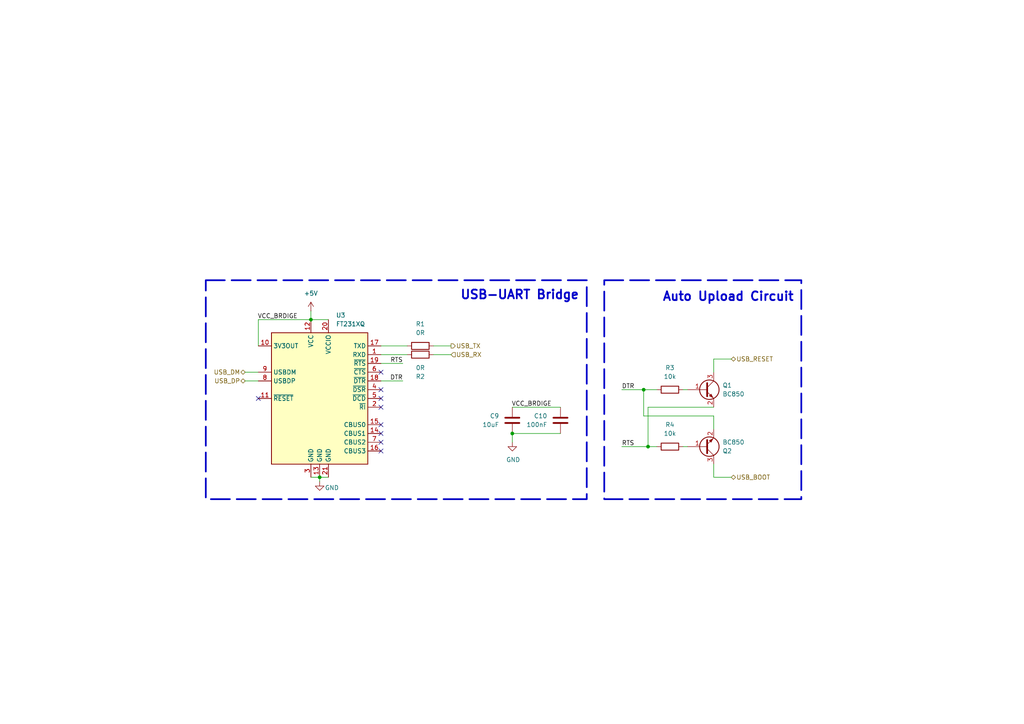
<source format=kicad_sch>
(kicad_sch (version 20231120) (generator "eeschema") (generator_version "8.0")
  (paper "A4")
  (lib_symbols
    (symbol "Device:C" (pin_numbers hide) (pin_names (offset 0.254))
      (property "Reference" "C" (at 0.635 2.54 0))
      (property "Value" "C" (at 0.635 -2.54 0))
      (symbol "C_0_1"
        (polyline (pts (xy -2.032 -0.762) (xy 2.032 -0.762)) (stroke (width 0.508)))
        (polyline (pts (xy -2.032 0.762) (xy 2.032 0.762)) (stroke (width 0.508)))
      )
      (symbol "C_1_1"
        (pin passive line (at 0 3.81 270) (length 2.794) (name "~") (number "1"))
        (pin passive line (at 0 -3.81 90) (length 2.794) (name "~") (number "2"))
      )
    )
    (symbol "Device:R" (pin_numbers hide) (pin_names (offset 0))
      (property "Reference" "R" (at 2.032 0 90))
      (property "Value" "R" (at 0 0 90))
      (symbol "R_0_1"
        (rectangle (start -1.016 -2.54) (end 1.016 2.54) (stroke (width 0.254)))
      )
      (symbol "R_1_1"
        (pin passive line (at 0 3.81 270) (length 1.27) (name "~") (number "1"))
        (pin passive line (at 0 -3.81 90) (length 1.27) (name "~") (number "2"))
      )
    )
    (symbol "Interface_USB:FT231XQ"
      (property "Reference" "U" (at -13.97 20.32 0))
      (property "Value" "FT231XQ" (at 6.35 20.32 0))
      (symbol "FT231XQ_0_1"
        (rectangle (start -13.97 19.05) (end 13.97 -19.05) (stroke (width 0.254)) (fill (type background)))
      )
      (symbol "FT231XQ_1_1"
        (pin input line (at 17.78 12.7 180) (length 3.81) (name "RXD") (number "1"))
        (pin power_out line (at -17.78 15.24 0) (length 3.81) (name "3V3OUT") (number "10"))
        (pin input line (at -17.78 0 0) (length 3.81) (name "~{RESET}") (number "11"))
        (pin power_in line (at -2.54 22.86 270) (length 3.81) (name "VCC") (number "12"))
        (pin power_in line (at 0 -22.86 90) (length 3.81) (name "GND") (number "13"))
        (pin bidirectional line (at 17.78 -10.16 180) (length 3.81) (name "CBUS1") (number "14"))
        (pin bidirectional line (at 17.78 -7.62 180) (length 3.81) (name "CBUS0") (number "15"))
        (pin bidirectional line (at 17.78 -15.24 180) (length 3.81) (name "CBUS3") (number "16"))
        (pin output line (at 17.78 15.24 180) (length 3.81) (name "TXD") (number "17"))
        (pin output line (at 17.78 5.08 180) (length 3.81) (name "~{DTR}") (number "18"))
        (pin output line (at 17.78 10.16 180) (length 3.81) (name "~{RTS}") (number "19"))
        (pin input line (at 17.78 -2.54 180) (length 3.81) (name "~{RI}") (number "2"))
        (pin power_in line (at 2.54 22.86 270) (length 3.81) (name "VCCIO") (number "20"))
        (pin power_in line (at 2.54 -22.86 90) (length 3.81) (name "GND") (number "21"))
        (pin power_in line (at -2.54 -22.86 90) (length 3.81) (name "GND") (number "3"))
        (pin input line (at 17.78 2.54 180) (length 3.81) (name "~{DSR}") (number "4"))
        (pin input line (at 17.78 0 180) (length 3.81) (name "~{DCD}") (number "5"))
        (pin input line (at 17.78 7.62 180) (length 3.81) (name "~{CTS}") (number "6"))
        (pin bidirectional line (at 17.78 -12.7 180) (length 3.81) (name "CBUS2") (number "7"))
        (pin bidirectional line (at -17.78 5.08 0) (length 3.81) (name "USBDP") (number "8"))
        (pin bidirectional line (at -17.78 7.62 0) (length 3.81) (name "USBDM") (number "9"))
      )
    )
    (symbol "Transistor_BJT:BC850" (pin_names (offset 0) hide)
      (property "Reference" "Q" (at 5.08 1.905 0))
      (property "Value" "BC850" (at 5.08 0 0))
      (symbol "BC850_0_1"
        (polyline (pts (xy 0.635 0.635) (xy 2.54 2.54)))
        (polyline (pts (xy 0.635 -0.635) (xy 2.54 -2.54) (xy 2.54 -2.54)))
        (polyline (pts (xy 0.635 1.905) (xy 0.635 -1.905) (xy 0.635 -1.905)) (stroke (width 0.508)))
        (polyline (pts (xy 1.27 -1.778) (xy 1.778 -1.27) (xy 2.286 -2.286) (xy 1.27 -1.778) (xy 1.27 -1.778)) (fill (type outline)))
        (circle (center 1.27 0) (radius 2.8194) (stroke (width 0.254)))
      )
      (symbol "BC850_1_1"
        (pin input line (at -5.08 0 0) (length 5.715) (name "B") (number "1"))
        (pin passive line (at 2.54 -5.08 90) (length 2.54) (name "E") (number "2"))
        (pin passive line (at 2.54 5.08 270) (length 2.54) (name "C") (number "3"))
      )
    )
    (symbol "power:+5V" (power) (pin_numbers hide) (pin_names (offset 0) hide)
      (property "Value" "+5V" (at 0 3.556 0))
      (symbol "+5V_0_1"
        (polyline (pts (xy -0.762 1.27) (xy 0 2.54)))
        (polyline (pts (xy 0 0) (xy 0 2.54)))
        (polyline (pts (xy 0 2.54) (xy 0.762 1.27)))
      )
      (symbol "+5V_1_1"
        (pin power_in line (at 0 0 90) (length 0) (name "~") (number "1"))
      )
    )
    (symbol "power:GND" (power) (pin_numbers hide) (pin_names (offset 0) hide)
      (property "Value" "GND" (at 0 -3.81 0))
      (symbol "GND_0_1"
        (polyline (pts (xy 0 0) (xy 0 -1.27) (xy 1.27 -1.27) (xy 0 -2.54) (xy -1.27 -1.27) (xy 0 -1.27)))
      )
      (symbol "GND_1_1"
        (pin power_in line (at 0 0 270) (length 0) (name "~") (number "1"))
      )
    )
  )
  (junction (at 90.17 92.71))
  (junction (at 186.69 113.03))
  (junction (at 92.71 138.43))
  (junction (at 187.96 129.54))
  (junction (at 148.59 125.73))
  (no_connect (at 110.49 118.11))
  (no_connect (at 110.49 125.73))
  (no_connect (at 110.49 130.81))
  (no_connect (at 110.49 107.95))
  (no_connect (at 110.49 123.19))
  (no_connect (at 110.49 113.03))
  (no_connect (at 110.49 128.27))
  (no_connect (at 74.93 115.57))
  (no_connect (at 110.49 115.57))
  (wire (pts (xy 180.34 129.54) (xy 187.96 129.54)))
  (wire (pts (xy 198.12 113.03) (xy 199.39 113.03)))
  (wire (pts (xy 207.01 124.46) (xy 207.01 120.65)))
  (wire (pts (xy 187.96 129.54) (xy 190.5 129.54)))
  (wire (pts (xy 71.12 110.49) (xy 74.93 110.49)))
  (wire (pts (xy 148.59 125.73) (xy 148.59 128.27)))
  (wire (pts (xy 74.93 100.33) (xy 74.93 92.71)))
  (wire (pts (xy 110.49 105.41) (xy 116.84 105.41)))
  (wire (pts (xy 186.69 120.65) (xy 186.69 113.03)))
  (wire (pts (xy 92.71 138.43) (xy 92.71 139.7)))
  (wire (pts (xy 207.01 120.65) (xy 186.69 120.65)))
  (wire (pts (xy 148.59 118.11) (xy 162.56 118.11)))
  (wire (pts (xy 148.59 125.73) (xy 162.56 125.73)))
  (wire (pts (xy 207.01 138.43) (xy 212.09 138.43)))
  (wire (pts (xy 74.93 92.71) (xy 90.17 92.71)))
  (wire (pts (xy 95.25 92.71) (xy 90.17 92.71)))
  (wire (pts (xy 207.01 104.14) (xy 212.09 104.14)))
  (wire (pts (xy 90.17 90.17) (xy 90.17 92.71)))
  (wire (pts (xy 125.73 102.87) (xy 130.81 102.87)))
  (wire (pts (xy 187.96 118.11) (xy 187.96 129.54)))
  (wire (pts (xy 71.12 107.95) (xy 74.93 107.95)))
  (wire (pts (xy 92.71 138.43) (xy 95.25 138.43)))
  (wire (pts (xy 125.73 100.33) (xy 130.81 100.33)))
  (wire (pts (xy 116.84 110.49) (xy 110.49 110.49)))
  (wire (pts (xy 207.01 134.62) (xy 207.01 138.43)))
  (wire (pts (xy 110.49 100.33) (xy 118.11 100.33)))
  (wire (pts (xy 186.69 113.03) (xy 190.5 113.03)))
  (wire (pts (xy 180.34 113.03) (xy 186.69 113.03)))
  (wire (pts (xy 110.49 102.87) (xy 118.11 102.87)))
  (wire (pts (xy 198.12 129.54) (xy 199.39 129.54)))
  (wire (pts (xy 207.01 118.11) (xy 187.96 118.11)))
  (wire (pts (xy 90.17 138.43) (xy 92.71 138.43)))
  (wire (pts (xy 207.01 107.95) (xy 207.01 104.14)))
  (rectangle (start 59.69 81.28) (end 170.18 144.78) (stroke (width 0.5) (type dash)))
  (rectangle (start 175.26 81.28) (end 232.41 144.78) (stroke (width 0.5) (type dash)))
  (text "USB-UART Bridge" (at 133.35 87.122 0) (effects (font (size 2.54 2.54) (thickness 0.508) (bold yes)) (justify left bottom)))
  (text "Auto Upload Circuit" (at 192.024 87.63 0) (effects (font (size 2.54 2.54) (thickness 0.508) (bold yes)) (justify left bottom)))
  (label "DTR" (at 116.84 110.49 180))
  (label "RTS" (at 180.34 129.54 0))
  (label "RTS" (at 116.84 105.41 180))
  (label "VCC_BRDIGE" (at 160.02 118.11 180))
  (label "VCC_BRDIGE" (at 86.36 92.71 180))
  (label "DTR" (at 180.34 113.03 0))
  (hierarchical_label "USB_RX" (shape input) (at 130.81 102.87 0))
  (hierarchical_label "USB_TX" (shape output) (at 130.81 100.33 0))
  (hierarchical_label "USB_DM" (shape bidirectional) (at 71.12 107.95 180))
  (hierarchical_label "USB_BOOT" (shape bidirectional) (at 212.09 138.43 0))
  (hierarchical_label "USB_RESET" (shape bidirectional) (at 212.09 104.14 0))
  (hierarchical_label "USB_DP" (shape bidirectional) (at 71.12 110.49 180))
  (symbol (lib_id "power:+5V") (at 90.17 90.17 0) (unit 1)
    (property "Reference" "#PWR015" (effects (hide yes)))
    (property "Value" "+5V" (at 90.17 85.09 0))
    (property "Description" "Power symbol creates a global label with name \"+5V\"" (effects (hide yes)))
  )
  (symbol (lib_id "Transistor_BJT:BC850") (at 204.47 113.03 0) (unit 1)
    (property "Reference" "Q1" (at 209.55 111.7599 0) (effects (justify left)))
    (property "Value" "BC850" (at 209.55 114.2999 0) (effects (justify left)))
    (property "Footprint" "Package_TO_SOT_SMD:SOT-23" (effects (hide yes)))
    (property "Datasheet" "http://www.infineon.com/dgdl/Infineon-BC847SERIES_BC848SERIES_BC849SERIES_BC850SERIES-DS-v01_01-en.pdf?fileId=db3a304314dca389011541d4630a1657" (effects (hide yes)))
    (property "Description" "0.1A Ic, 45V Vce, NPN Transistor, SOT-23" (effects (hide yes)))
  )
  (symbol (lib_id "Device:R") (at 121.92 100.33 90) (unit 1)
    (property "Reference" "R1" (at 121.92 93.98 90))
    (property "Value" "0R" (at 121.92 96.52 90))
    (property "Footprint" "Resistor_SMD:R_0603_1608Metric" (effects (hide yes)))
    (property "Datasheet" "https://www.tme.eu/hu/details/smd0603-100r/smd-ellenallasok/royal-ohm/0603saj0101t5e/" (effects (hide yes)))
  )
  (symbol (lib_id "Interface_USB:FT231XQ") (at 92.71 115.57 0) (unit 1)
    (property "Reference" "U3" (at 97.4441 91.44 0) (effects (justify left)))
    (property "Value" "FT231XQ" (at 97.4441 93.98 0) (effects (justify left)))
    (property "Footprint" "Package_DFN_QFN:QFN-20-1EP_4x4mm_P0.5mm_EP2.5x2.5mm" (effects (hide yes)))
    (property "Datasheet" "https://www.ftdichip.com/Support/Documents/DataSheets/ICs/DS_FT231X.pdf" (effects (hide yes)))
    (property "Description" "Full Speed USB to Full Handshake UART, QFN-20" (effects (hide yes)))
  )
  (symbol (lib_id "Transistor_BJT:BC850") (at 204.47 129.54 0) (mirror x) (unit 1)
    (property "Reference" "Q2" (at 209.55 130.8101 0) (effects (justify left)))
    (property "Value" "BC850" (at 209.55 128.2701 0) (effects (justify left)))
    (property "Footprint" "Package_TO_SOT_SMD:SOT-23" (effects (hide yes)))
    (property "Datasheet" "http://www.infineon.com/dgdl/Infineon-BC847SERIES_BC848SERIES_BC849SERIES_BC850SERIES-DS-v01_01-en.pdf?fileId=db3a304314dca389011541d4630a1657" (effects (hide yes)))
    (property "Description" "0.1A Ic, 45V Vce, NPN Transistor, SOT-23" (effects (hide yes)))
  )
  (symbol (lib_id "power:GND") (at 92.71 139.7 0) (unit 1)
    (property "Reference" "#PWR016" (effects (hide yes)))
    (property "Value" "GND" (at 96.266 141.478 0))
    (property "Description" "Power symbol creates a global label with name \"GND\" , ground" (effects (hide yes)))
  )
  (symbol (lib_id "Device:C") (at 148.59 121.92 0) (mirror y) (unit 1)
    (property "Reference" "C9" (at 144.78 120.6499 0) (effects (justify left)))
    (property "Value" "10uF" (at 144.78 123.1899 0) (effects (justify left)))
    (property "Footprint" "Capacitor_SMD:C_0805_2012Metric" (effects (hide yes)))
    (property "Description" "Unpolarized capacitor" (effects (hide yes)))
  )
  (symbol (lib_id "Device:C") (at 162.56 121.92 0) (mirror y) (unit 1)
    (property "Reference" "C10" (at 158.75 120.6499 0) (effects (justify left)))
    (property "Value" "100nF" (at 158.75 123.1899 0) (effects (justify left)))
    (property "Footprint" "Capacitor_SMD:C_0603_1608Metric" (effects (hide yes)))
    (property "Description" "Unpolarized capacitor" (effects (hide yes)))
  )
  (symbol (lib_id "Device:R") (at 194.31 129.54 90) (unit 1)
    (property "Reference" "R4" (at 194.31 123.19 90))
    (property "Value" "10k" (at 194.31 125.73 90))
    (property "Footprint" "Resistor_SMD:R_0603_1608Metric" (effects (hide yes)))
    (property "Datasheet" "https://www.tme.eu/hu/details/smd0603-100r/smd-ellenallasok/royal-ohm/0603saj0101t5e/" (effects (hide yes)))
  )
  (symbol (lib_id "Device:R") (at 121.92 102.87 90) (mirror x) (unit 1)
    (property "Reference" "R2" (at 121.92 109.22 90))
    (property "Value" "0R" (at 121.92 106.68 90))
    (property "Footprint" "Resistor_SMD:R_0603_1608Metric" (effects (hide yes)))
    (property "Datasheet" "https://www.tme.eu/hu/details/smd0603-100r/smd-ellenallasok/royal-ohm/0603saj0101t5e/" (effects (hide yes)))
  )
  (symbol (lib_id "Device:R") (at 194.31 113.03 90) (unit 1)
    (property "Reference" "R3" (at 194.31 106.68 90))
    (property "Value" "10k" (at 194.31 109.22 90))
    (property "Footprint" "Resistor_SMD:R_0603_1608Metric" (effects (hide yes)))
    (property "Datasheet" "https://www.tme.eu/hu/details/smd0603-100r/smd-ellenallasok/royal-ohm/0603saj0101t5e/" (effects (hide yes)))
  )
  (symbol (lib_id "power:GND") (at 148.59 128.27 0) (unit 1)
    (property "Reference" "#PWR017" (effects (hide yes)))
    (property "Value" "GND" (at 148.844 133.35 0))
    (property "Description" "Power symbol creates a global label with name \"GND\" , ground" (effects (hide yes)))
  )
)
</source>
